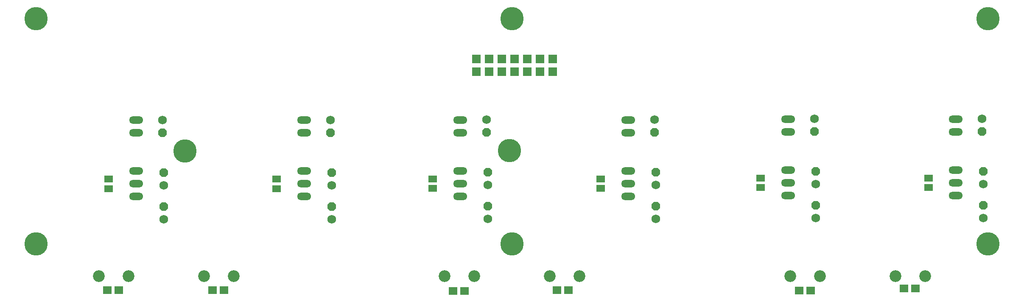
<source format=gbr>
G04 EasyPC Gerber Version 20.0.2 Build 4112 *
G04 #@! TF.Part,Single*
G04 #@! TF.FileFunction,Soldermask,Bot *
%FSLAX35Y35*%
%MOIN*%
G04 #@! TA.AperFunction,ComponentPad*
%ADD18O,0.11000X0.05800*%
G04 #@! TA.AperFunction,SMDPad*
%ADD71R,0.06506X0.05718*%
%ADD110R,0.06600X0.06100*%
G04 #@! TA.AperFunction,WasherPad*
%ADD17R,0.06600X0.06600*%
G04 #@! TA.AperFunction,ComponentPad*
%ADD20C,0.06800*%
%ADD19C,0.06900*%
G04 #@! TA.AperFunction,WasherPad*
%ADD108C,0.09261*%
%ADD14C,0.18317*%
G04 #@! TA.AperFunction,ComponentPad*
%AMT21*0 Octagon Pad at angle 0*4,1,8,-0.01408,-0.03400,0.01408,-0.03400,0.03400,-0.01408,0.03400,0.01408,0.01408,0.03400,-0.01408,0.03400,-0.03400,0.01408,-0.03400,-0.01408,-0.01408,-0.03400,0*%
%ADD21T21*%
%AMT70*0 Octagon Pad at angle 0*4,1,8,-0.01428,-0.03450,0.01428,-0.03450,0.03450,-0.01428,0.03450,0.01428,0.01428,0.03450,-0.01428,0.03450,-0.03450,0.01428,-0.03450,-0.01428,-0.01428,-0.03450,0*%
%ADD70T70*%
X0Y0D02*
D02*
D14*
X20722Y48085D03*
Y225250D03*
X137750Y121313D03*
X392573Y121510D03*
X394738Y48085D03*
Y225250D03*
X768754Y48085D03*
Y225250D03*
D02*
D17*
X366844Y183518D03*
Y193518D03*
X376844Y183518D03*
Y193518D03*
X386844Y183518D03*
Y193518D03*
X396844Y183518D03*
Y193518D03*
X406844Y183518D03*
Y193518D03*
X416844Y183518D03*
Y193518D03*
X426844Y183518D03*
Y193518D03*
D02*
D18*
X99364Y85467D03*
Y95467D03*
Y105467D03*
Y135467D03*
Y145467D03*
X231254Y85467D03*
Y95467D03*
Y105467D03*
Y135467D03*
Y145467D03*
X354187Y85663D03*
Y95663D03*
Y105663D03*
Y135663D03*
Y145663D03*
X486077Y85663D03*
Y95663D03*
Y105663D03*
Y135663D03*
Y145663D03*
X611667Y86352D03*
Y96352D03*
Y106352D03*
Y136352D03*
Y146352D03*
X743557Y86352D03*
Y96352D03*
Y106352D03*
Y136352D03*
Y146352D03*
D02*
D19*
X120033Y145604D03*
X251923D03*
X374856Y145801D03*
X506746D03*
X632337Y146490D03*
X764226D03*
D02*
D70*
X120033Y135604D03*
X251923D03*
X374856Y135801D03*
X506746D03*
X632337Y136490D03*
X764226D03*
D02*
D71*
X77711Y91589D03*
Y99069D03*
X209600Y91589D03*
Y99069D03*
X332533Y91785D03*
Y99266D03*
X464423Y91785D03*
Y99266D03*
X590014Y92474D03*
Y99955D03*
X721904Y92474D03*
Y99955D03*
D02*
D20*
X121018Y67691D03*
Y94266D03*
X252907Y67691D03*
Y94266D03*
X375841Y67888D03*
Y94463D03*
X507730Y67888D03*
Y94463D03*
X633321Y68577D03*
Y95152D03*
X765211Y68577D03*
Y95152D03*
D02*
D21*
X121018Y77691D03*
Y104266D03*
X252907Y77691D03*
Y104266D03*
X375841Y77888D03*
Y104463D03*
X507730Y77888D03*
Y104463D03*
X633321Y78577D03*
Y105152D03*
X765211Y78577D03*
Y105152D03*
D02*
D108*
X69935Y22986D03*
X93557D03*
X152612D03*
X176234D03*
X341589D03*
X365211D03*
X424266D03*
X447888D03*
X613242D03*
X636864D03*
X695919D03*
D03*
X719541D03*
D03*
D02*
D110*
X76656Y11766D03*
X85656D03*
X159431D03*
X168431D03*
X348506Y11274D03*
X357506D03*
X430199Y11766D03*
X439199D03*
X620356Y11569D03*
X629356D03*
X702738Y13144D03*
X711738D03*
X0Y0D02*
M02*

</source>
